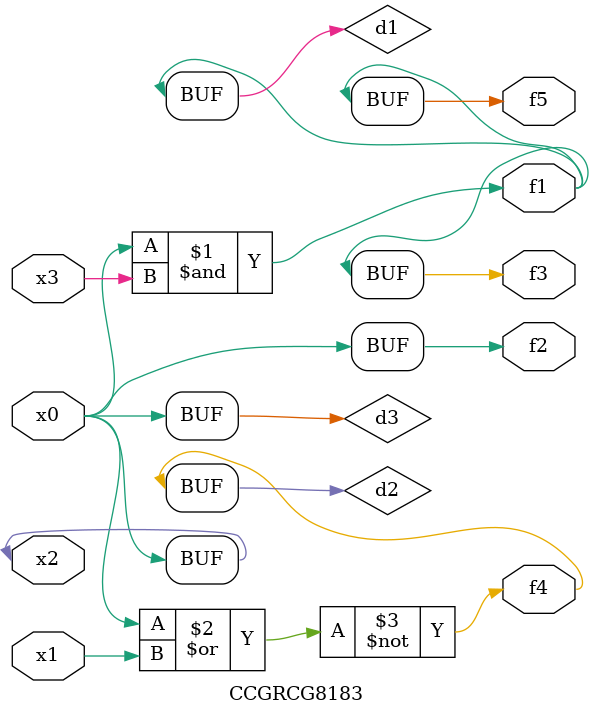
<source format=v>
module CCGRCG8183(
	input x0, x1, x2, x3,
	output f1, f2, f3, f4, f5
);

	wire d1, d2, d3;

	and (d1, x2, x3);
	nor (d2, x0, x1);
	buf (d3, x0, x2);
	assign f1 = d1;
	assign f2 = d3;
	assign f3 = d1;
	assign f4 = d2;
	assign f5 = d1;
endmodule

</source>
